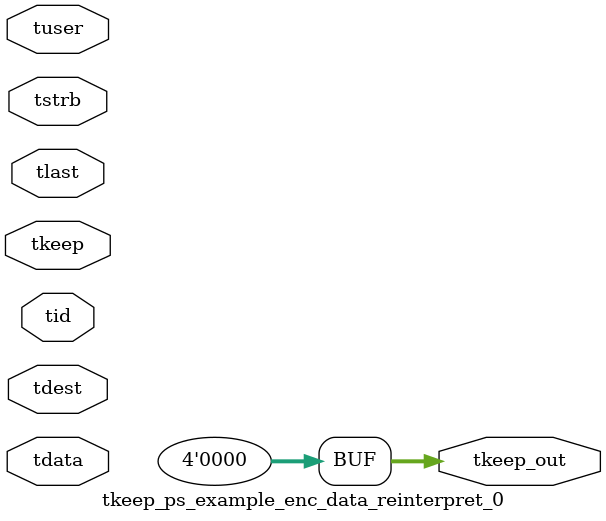
<source format=v>


`timescale 1ps/1ps

module tkeep_ps_example_enc_data_reinterpret_0 #
(
parameter C_S_AXIS_TDATA_WIDTH = 32,
parameter C_S_AXIS_TUSER_WIDTH = 0,
parameter C_S_AXIS_TID_WIDTH   = 0,
parameter C_S_AXIS_TDEST_WIDTH = 0,
parameter C_M_AXIS_TDATA_WIDTH = 32
)
(
input  [(C_S_AXIS_TDATA_WIDTH == 0 ? 1 : C_S_AXIS_TDATA_WIDTH)-1:0     ] tdata,
input  [(C_S_AXIS_TUSER_WIDTH == 0 ? 1 : C_S_AXIS_TUSER_WIDTH)-1:0     ] tuser,
input  [(C_S_AXIS_TID_WIDTH   == 0 ? 1 : C_S_AXIS_TID_WIDTH)-1:0       ] tid,
input  [(C_S_AXIS_TDEST_WIDTH == 0 ? 1 : C_S_AXIS_TDEST_WIDTH)-1:0     ] tdest,
input  [(C_S_AXIS_TDATA_WIDTH/8)-1:0 ] tkeep,
input  [(C_S_AXIS_TDATA_WIDTH/8)-1:0 ] tstrb,
input                                                                    tlast,
output [(C_M_AXIS_TDATA_WIDTH/8)-1:0 ] tkeep_out
);

assign tkeep_out = {1'b0};

endmodule


</source>
